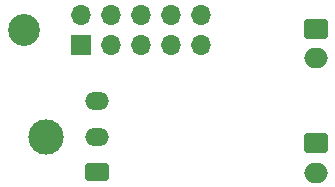
<source format=gbs>
G04 #@! TF.GenerationSoftware,KiCad,Pcbnew,(7.0.0)*
G04 #@! TF.CreationDate,2023-03-25T16:30:21+01:00*
G04 #@! TF.ProjectId,PowerPCB,506f7765-7250-4434-922e-6b696361645f,rev?*
G04 #@! TF.SameCoordinates,Original*
G04 #@! TF.FileFunction,Soldermask,Bot*
G04 #@! TF.FilePolarity,Negative*
%FSLAX46Y46*%
G04 Gerber Fmt 4.6, Leading zero omitted, Abs format (unit mm)*
G04 Created by KiCad (PCBNEW (7.0.0)) date 2023-03-25 16:30:21*
%MOMM*%
%LPD*%
G01*
G04 APERTURE LIST*
G04 Aperture macros list*
%AMRoundRect*
0 Rectangle with rounded corners*
0 $1 Rounding radius*
0 $2 $3 $4 $5 $6 $7 $8 $9 X,Y pos of 4 corners*
0 Add a 4 corners polygon primitive as box body*
4,1,4,$2,$3,$4,$5,$6,$7,$8,$9,$2,$3,0*
0 Add four circle primitives for the rounded corners*
1,1,$1+$1,$2,$3*
1,1,$1+$1,$4,$5*
1,1,$1+$1,$6,$7*
1,1,$1+$1,$8,$9*
0 Add four rect primitives between the rounded corners*
20,1,$1+$1,$2,$3,$4,$5,0*
20,1,$1+$1,$4,$5,$6,$7,0*
20,1,$1+$1,$6,$7,$8,$9,0*
20,1,$1+$1,$8,$9,$2,$3,0*%
G04 Aperture macros list end*
%ADD10C,2.700000*%
%ADD11RoundRect,0.250000X-0.750000X0.600000X-0.750000X-0.600000X0.750000X-0.600000X0.750000X0.600000X0*%
%ADD12O,2.000000X1.700000*%
%ADD13C,3.000000*%
%ADD14RoundRect,0.250001X0.759999X-0.499999X0.759999X0.499999X-0.759999X0.499999X-0.759999X-0.499999X0*%
%ADD15O,2.020000X1.500000*%
%ADD16R,1.700000X1.700000*%
%ADD17O,1.700000X1.700000*%
G04 APERTURE END LIST*
D10*
X103500000Y-47500000D03*
D11*
X128211000Y-57094000D03*
D12*
X128210999Y-59593999D03*
D13*
X105334000Y-56566000D03*
D14*
X109654000Y-59566000D03*
D15*
X109653999Y-56565999D03*
X109653999Y-53565999D03*
D11*
X128194000Y-47422000D03*
D12*
X128193999Y-49921999D03*
D16*
X108369999Y-48769999D03*
D17*
X108369999Y-46229999D03*
X110909999Y-48769999D03*
X110909999Y-46229999D03*
X113449999Y-48769999D03*
X113449999Y-46229999D03*
X115989999Y-48769999D03*
X115989999Y-46229999D03*
X118529999Y-48769999D03*
X118529999Y-46229999D03*
M02*

</source>
